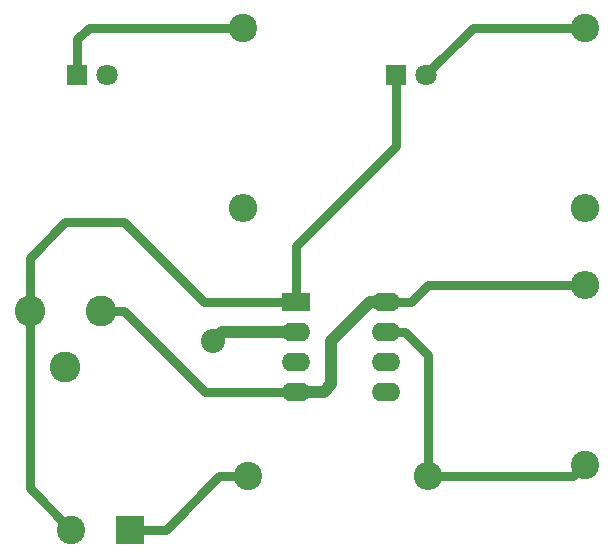
<source format=gbr>
G04 #@! TF.FileFunction,Copper,L1,Top,Signal*
%FSLAX46Y46*%
G04 Gerber Fmt 4.6, Leading zero omitted, Abs format (unit mm)*
G04 Created by KiCad (PCBNEW 4.0.7) date Saturday, April 14, 2018 'PMt' 01:48:37 PM*
%MOMM*%
%LPD*%
G01*
G04 APERTURE LIST*
%ADD10C,0.100000*%
%ADD11R,2.400000X1.600000*%
%ADD12O,2.400000X1.600000*%
%ADD13R,2.400000X2.400000*%
%ADD14C,2.400000*%
%ADD15C,1.800000*%
%ADD16R,1.800000X1.800000*%
%ADD17O,2.400000X2.400000*%
%ADD18C,2.600000*%
%ADD19C,2.032000*%
%ADD20C,1.016000*%
%ADD21C,0.750000*%
%ADD22C,0.508000*%
G04 APERTURE END LIST*
D10*
D11*
X159512000Y-94234000D03*
D12*
X167132000Y-101854000D03*
X159512000Y-96774000D03*
X167132000Y-99314000D03*
X159512000Y-99314000D03*
X167132000Y-96774000D03*
X159512000Y-101854000D03*
X167132000Y-94234000D03*
D13*
X145500000Y-113500000D03*
D14*
X140500000Y-113500000D03*
D15*
X143540000Y-75000000D03*
D16*
X141000000Y-75000000D03*
D15*
X170540000Y-75000000D03*
D16*
X168000000Y-75000000D03*
D14*
X184000000Y-108000000D03*
D17*
X184000000Y-92760000D03*
D14*
X155500000Y-109000000D03*
D17*
X170740000Y-109000000D03*
D14*
X155000000Y-71000000D03*
D17*
X155000000Y-86240000D03*
D14*
X184000000Y-71000000D03*
D17*
X184000000Y-86240000D03*
D18*
X143000000Y-95000000D03*
X137000000Y-95000000D03*
X140000000Y-99700000D03*
D19*
X152500000Y-97500000D03*
D20*
X159512000Y-96774000D02*
X153226000Y-96774000D01*
X153226000Y-96774000D02*
X152500000Y-97500000D01*
D21*
X145500000Y-113500000D02*
X148500000Y-113500000D01*
X153000000Y-109000000D02*
X155500000Y-109000000D01*
X148500000Y-113500000D02*
X153000000Y-109000000D01*
X141000000Y-75000000D02*
X141000000Y-72000000D01*
X142000000Y-71000000D02*
X155000000Y-71000000D01*
X141000000Y-72000000D02*
X142000000Y-71000000D01*
X170540000Y-75000000D02*
X170540000Y-74960000D01*
X170540000Y-74960000D02*
X174500000Y-71000000D01*
X174500000Y-71000000D02*
X184000000Y-71000000D01*
X167132000Y-96774000D02*
X168774000Y-96774000D01*
X170740000Y-98740000D02*
X170740000Y-109000000D01*
X168774000Y-96774000D02*
X170740000Y-98740000D01*
X170740000Y-109000000D02*
X183000000Y-109000000D01*
X183000000Y-109000000D02*
X184000000Y-108000000D01*
D22*
X159258000Y-99568000D02*
X159512000Y-99314000D01*
D21*
X137000000Y-95000000D02*
X137000000Y-110000000D01*
X137000000Y-110000000D02*
X140500000Y-113500000D01*
X159512000Y-94234000D02*
X151734000Y-94234000D01*
X137000000Y-90500000D02*
X137000000Y-95000000D01*
X140000000Y-87500000D02*
X137000000Y-90500000D01*
X145000000Y-87500000D02*
X140000000Y-87500000D01*
X151734000Y-94234000D02*
X145000000Y-87500000D01*
X168000000Y-75000000D02*
X168000000Y-81000000D01*
X159512000Y-89488000D02*
X159512000Y-94234000D01*
X168000000Y-81000000D02*
X159512000Y-89488000D01*
X140000000Y-113000000D02*
X140500000Y-113500000D01*
X159246000Y-94500000D02*
X159512000Y-94234000D01*
D20*
X159512000Y-101854000D02*
X161854000Y-101854000D01*
X165766000Y-94234000D02*
X167132000Y-94234000D01*
X162500000Y-97500000D02*
X165766000Y-94234000D01*
X162500000Y-101208000D02*
X162500000Y-97500000D01*
X161854000Y-101854000D02*
X162500000Y-101208000D01*
D21*
X143000000Y-95000000D02*
X145000000Y-95000000D01*
X151854000Y-101854000D02*
X159512000Y-101854000D01*
X145000000Y-95000000D02*
X151854000Y-101854000D01*
X167132000Y-94234000D02*
X169266000Y-94234000D01*
X169266000Y-94234000D02*
X170740000Y-92760000D01*
X170740000Y-92760000D02*
X184000000Y-92760000D01*
M02*

</source>
